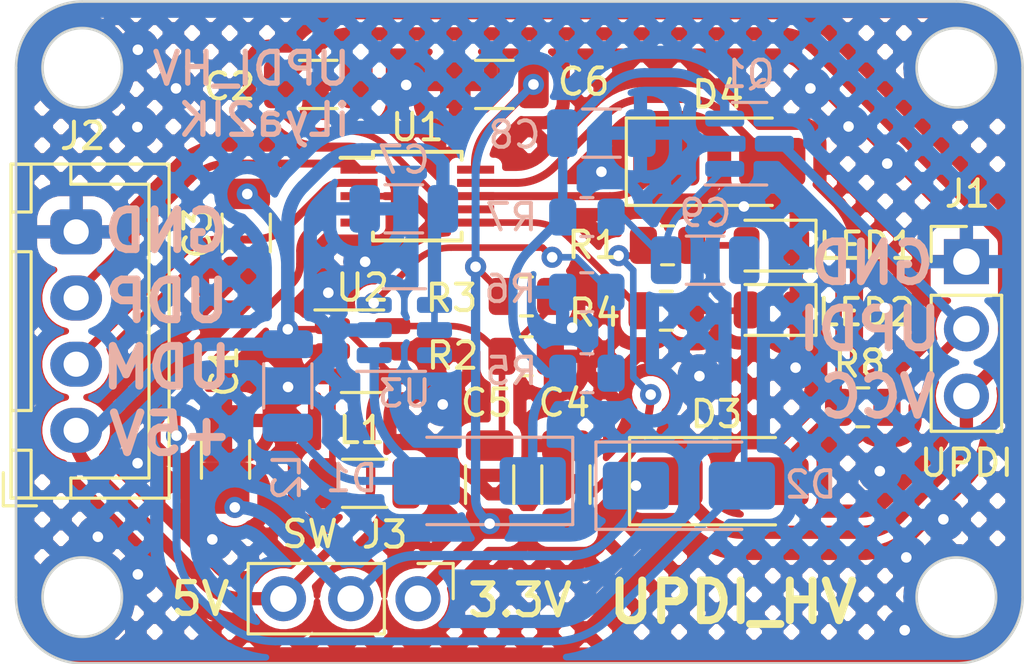
<source format=kicad_pcb>
(kicad_pcb (version 20221018) (generator pcbnew)
  (layers (0 "F.Cu" signal) (31 "B.Cu" signal) (34 "B.Paste" user) (35 "F.Paste" user) (36 "B.SilkS" user "B.Silkscreen") (37 "F.SilkS" user "F.Silkscreen") (38 "B.Mask" user) (39 "F.Mask" user) (44 "Edge.Cuts" user))
  (net 0 "")
  (net 1 "VCC")
  (net 2 "GND")
  (net 3 "+5V")
  (net 4 "+3.3V")
  (net 5 "Net-(U2-FB)")
  (net 6 "+12V")
  (net 7 "RTS#")
  (net 8 "Net-(Q1-G)")
  (net 9 "Net-(D1-A)")
  (net 10 "RXD")
  (net 11 "TXD")
  (net 12 "UPDI")
  (net 13 "UDP")
  (net 14 "UDM")
  (net 15 "Net-(U2-SW)")
  (net 16 "Net-(LED1-A)")
  (net 17 "Net-(LED2-A)")
  (net 18 "LED")
  (net 19 "Net-(U3-FB)")
  (footprint "Connector_JST:JST_XH_B4B-XH-A_1x04_P2.50mm_Vertical" (layer "F.Cu") (at 102.27 116.2 90)
    (fp_text reference "J2" (at 11.12 0.25 180) (layer "F.SilkS"))
    (fp_text value "USB")
    (pad "1" thru_hole oval (at 0 0 90) (size 1.7 1.95) (drill 0.95) (layers "*.Cu" "*.Mask") (net 3 "+5V"))
    (pad "2" thru_hole oval (at 2.5 0 90) (size 1.7 1.95) (drill 0.95) (layers "*.Cu" "*.Mask") (net 14 "UDM"))
    (pad "3" thru_hole oval (at 5 0 90) (size 1.7 1.95) (drill 0.95) (layers "*.Cu" "*.Mask") (net 13 "UDP"))
    (pad "4" thru_hole roundrect (at 7.5 0 90) (size 1.7 1.95) (drill 0.95) (layers "*.Cu" "*.Mask") (net 2 "GND"))
  )
  (footprint "Resistor_SMD:R_0805_2012Metric" (layer "F.Cu") (at 124.5475 111.68)
    (fp_text reference "R4" (at -2.7 0.08) (layer "F.SilkS"))
    (fp_text value "1k")
    (pad "1" smd roundrect (at -0.9125 0) (size 1.025 1.4) (layers "F.Cu" "F.Paste" "F.Mask") (roundrect_rratio 0.243902439) (net 18 "LED"))
    (pad "2" smd roundrect (at 0.9125 0) (size 1.025 1.4) (layers "F.Cu" "F.Paste" "F.Mask") (roundrect_rratio 0.243902439) (net 17 "Net-(LED2-A)"))
  )
  (footprint "Package_TO_SOT_SMD:SOT-23-5" (layer "F.Cu") (at 113.0825 113.21)
    (fp_text reference "U2" (at 0 -2.4) (layer "F.SilkS"))
    (fp_text value "NCP1529A")
    (pad "1" smd roundrect (at -1.1375 -0.95) (size 1.325 0.6) (layers "F.Cu" "F.Paste" "F.Mask") (net 3 "+5V"))
    (pad "2" smd roundrect (at -1.1375 0) (size 1.325 0.6) (layers "F.Cu" "F.Paste" "F.Mask") (net 2 "GND"))
    (pad "3" smd roundrect (at -1.1375 0.95) (size 1.325 0.6) (layers "F.Cu" "F.Paste" "F.Mask") (net 15 "Net-(U2-SW)"))
    (pad "4" smd roundrect (at 1.1375 0.95) (size 1.325 0.6) (layers "F.Cu" "F.Paste" "F.Mask") (net 3 "+5V"))
    (pad "5" smd roundrect (at 1.1375 -0.95) (size 1.325 0.6) (layers "F.Cu" "F.Paste" "F.Mask") (net 5 "Net-(U2-FB)"))
  )
  (footprint "Capacitor_SMD:C_1206_3216Metric" (layer "F.Cu") (at 107.91 117.3 90)
    (fp_text reference "C1" (at 3.34 -0.05 90) (layer "F.SilkS"))
    (fp_text value "10u")
    (pad "1" smd roundrect (at -1.475 0 90) (size 1.15 1.8) (layers "F.Cu" "F.Paste" "F.Mask") (roundrect_rratio 0.2173913043) (net 1 "VCC"))
    (pad "2" smd roundrect (at 1.475 0 90) (size 1.15 1.8) (layers "F.Cu" "F.Paste" "F.Mask") (roundrect_rratio 0.2173913043) (net 2 "GND"))
  )
  (footprint "Diode_SMD:D_SMA" (layer "F.Cu") (at 126.55 106.05)
    (fp_text reference "D4" (at -0.05 -2.54) (layer "F.SilkS"))
    (fp_text value "1N5817")
    (pad "1" smd roundrect (at -2 0) (size 2.5 1.8) (layers "F.Cu" "F.Paste" "F.Mask") (roundrect_rratio 0.1388888889) (net 11 "TXD"))
    (pad "2" smd roundrect (at 2 0) (size 2.5 1.8) (layers "F.Cu" "F.Paste" "F.Mask") (roundrect_rratio 0.1388888889) (net 10 "RXD"))
  )
  (footprint "Resistor_SMD:R_0805_2012Metric" (layer "F.Cu") (at 131.9675 115.33)
    (fp_text reference "R8" (at -0.1275 -1.65) (layer "F.SilkS"))
    (fp_text value "1k")
    (pad "1" smd roundrect (at -0.9125 0) (size 1.025 1.4) (layers "F.Cu" "F.Paste" "F.Mask") (roundrect_rratio 0.243902439) (net 10 "RXD"))
    (pad "2" smd roundrect (at 0.9125 0) (size 1.025 1.4) (layers "F.Cu" "F.Paste" "F.Mask") (roundrect_rratio 0.243902439) (net 12 "UPDI"))
  )
  (footprint "LED_SMD:LED_0805_2012Metric" (layer "F.Cu") (at 128.5175 111.65 180)
    (fp_text reference "LED2" (at -3.5725 -0.09) (layer "F.SilkS"))
    (fp_text value "PRG")
    (pad "1" smd roundrect (at -0.9375 0 180) (size 0.975 1.4) (layers "F.Cu" "F.Paste" "F.Mask") (net 2 "GND"))
    (pad "2" smd roundrect (at 0.9375 0 180) (size 0.975 1.4) (layers "F.Cu" "F.Paste" "F.Mask") (net 17 "Net-(LED2-A)"))
  )
  (footprint "Connector_PinHeader_2.54mm:PinHeader_1x03_P2.54mm_Vertical" (layer "F.Cu") (at 135.88 109.825)
    (fp_text reference "J1" (at 0.04 -2.565) (layer "F.SilkS"))
    (fp_text value "UPDI" (at 0 7.605) (layer "F.SilkS"))
    (pad "1" thru_hole rect (at 0 0) (size 1.7 1.7) (drill 1) (layers "*.Cu" "*.Mask") (net 2 "GND"))
    (pad "2" thru_hole oval (at 0 2.54) (size 1.7 1.7) (drill 1) (layers "*.Cu" "*.Mask") (net 12 "UPDI"))
    (pad "3" thru_hole oval (at 0 5.08) (size 1.7 1.7) (drill 1) (layers "*.Cu" "*.Mask") (net 1 "VCC"))
  )
  (footprint "Capacitor_SMD:C_1206_3216Metric" (layer "F.Cu") (at 108.69 108.74 -90)
    (fp_text reference "C3" (at 0 1.83 90) (layer "F.SilkS"))
    (fp_text value "4,7u")
    (pad "1" smd roundrect (at -1.475 0 270) (size 1.15 1.8) (layers "F.Cu" "F.Paste" "F.Mask") (roundrect_rratio 0.2173913043) (net 3 "+5V"))
    (pad "2" smd roundrect (at 1.475 0 270) (size 1.15 1.8) (layers "F.Cu" "F.Paste" "F.Mask") (roundrect_rratio 0.2173913043) (net 2 "GND"))
  )
  (footprint "Diode_SMD:D_SMA" (layer "F.Cu") (at 126.6725 118.12)
    (fp_text reference "D3" (at -0.2325 -2.53) (layer "F.SilkS"))
    (fp_text value "1N5817")
    (pad "1" smd roundrect (at -2 0) (size 2.5 1.8) (layers "F.Cu" "F.Paste" "F.Mask") (roundrect_rratio 0.1388888889) (net 1 "VCC"))
    (pad "2" smd roundrect (at 2 0) (size 2.5 1.8) (layers "F.Cu" "F.Paste" "F.Mask") (roundrect_rratio 0.1388888889) (net 10 "RXD"))
  )
  (footprint "Package_SO:MSOP-10_3x3mm_P0.5mm" (layer "F.Cu") (at 115.15 107.35)
    (fp_text reference "U1" (at 0 -2.6) (layer "F.SilkS"))
    (fp_text value "CH340E")
    (pad "1" smd rect (at -2.2 -1) (size 1.4 0.3) (layers "F.Cu" "F.Paste" "F.Mask") (net 13 "UDP"))
    (pad "2" smd rect (at -2.2 -0.5) (size 1.4 0.3) (layers "F.Cu" "F.Paste" "F.Mask") (net 14 "UDM"))
    (pad "3" smd rect (at -2.2 0) (size 1.4 0.3) (layers "F.Cu" "F.Paste" "F.Mask") (net 2 "GND"))
    (pad "4" smd rect (at -2.2 0.5) (size 1.4 0.3) (layers "F.Cu" "F.Paste" "F.Mask") (net 7 "RTS#"))
    (pad "5" smd rect (at -2.2 1) (size 1.4 0.3) (layers "F.Cu" "F.Paste" "F.Mask"))
    (pad "6" smd rect (at 2.2 1) (size 1.4 0.3) (layers "F.Cu" "F.Paste" "F.Mask") (net 18 "LED"))
    (pad "7" smd rect (at 2.2 0.5) (size 1.4 0.3) (layers "F.Cu" "F.Paste" "F.Mask") (net 1 "VCC"))
    (pad "8" smd rect (at 2.2 0) (size 1.4 0.3) (layers "F.Cu" "F.Paste" "F.Mask") (net 11 "TXD"))
    (pad "9" smd rect (at 2.2 -0.5) (size 1.4 0.3) (layers "F.Cu" "F.Paste" "F.Mask") (net 10 "RXD"))
    (pad "10" smd rect (at 2.2 -1) (size 1.4 0.3) (layers "F.Cu" "F.Paste" "F.Mask") (net 4 "+3.3V"))
  )
  (footprint "Capacitor_SMD:C_1206_3216Metric" (layer "F.Cu") (at 120.76 118.25 90)
    (fp_text reference "C4" (at 3.09 -0.06 180) (layer "F.SilkS"))
    (fp_text value "4,7u")
    (pad "1" smd roundrect (at -1.475 0 90) (size 1.15 1.8) (layers "F.Cu" "F.Paste" "F.Mask") (roundrect_rratio 0.2173913043) (net 4 "+3.3V"))
    (pad "2" smd roundrect (at 1.475 0 90) (size 1.15 1.8) (layers "F.Cu" "F.Paste" "F.Mask") (roundrect_rratio 0.2173913043) (net 2 "GND"))
  )
  (footprint "Inductor_SMD:L_1206_3216Metric" (layer "F.Cu") (at 113.16 118.2)
    (fp_text reference "L1" (at -0.11 -2.01) (layer "F.SilkS"))
    (fp_text value "4,7u")
    (pad "1" smd roundrect (at -1.575 0) (size 1.05 1.9) (layers "F.Cu" "F.Paste" "F.Mask") (roundrect_rratio 0.2380952381) (net 15 "Net-(U2-SW)"))
    (pad "2" smd roundrect (at 1.575 0) (size 1.05 1.9) (layers "F.Cu" "F.Paste" "F.Mask") (roundrect_rratio 0.2380952381) (net 4 "+3.3V"))
  )
  (footprint "Resistor_SMD:R_0805_2012Metric" (layer "F.Cu") (at 119.27 111.14)
    (fp_text reference "R3" (at -2.83 0.06) (layer "F.SilkS"))
    (fp_text value "1M")
    (pad "1" smd roundrect (at -0.9125 0) (size 1.025 1.4) (layers "F.Cu" "F.Paste" "F.Mask") (roundrect_rratio 0.243902439) (net 4 "+3.3V"))
    (pad "2" smd roundrect (at 0.9125 0) (size 1.025 1.4) (layers "F.Cu" "F.Paste" "F.Mask") (roundrect_rratio 0.243902439) (net 5 "Net-(U2-FB)"))
  )
  (footprint "Capacitor_SMD:C_1206_3216Metric" (layer "F.Cu") (at 118.06 103.13 180)
    (fp_text reference "C6" (at -3.37 0.1) (layer "F.SilkS"))
    (fp_text value "100n")
    (pad "1" smd roundrect (at -1.475 0 180) (size 1.15 1.8) (layers "F.Cu" "F.Paste" "F.Mask") (roundrect_rratio 0.2173913043) (net 4 "+3.3V"))
    (pad "2" smd roundrect (at 1.475 0 180) (size 1.15 1.8) (layers "F.Cu" "F.Paste" "F.Mask") (roundrect_rratio 0.2173913043) (net 2 "GND"))
  )
  (footprint "Capacitor_SMD:C_1206_3216Metric" (layer "F.Cu") (at 117.88 118.25 90)
    (fp_text reference "C5" (at 3.09 -0.11 180) (layer "F.SilkS"))
    (fp_text value "1n")
    (pad "1" smd roundrect (at -1.475 0 90) (size 1.15 1.8) (layers "F.Cu" "F.Paste" "F.Mask") (roundrect_rratio 0.2173913043) (net 4 "+3.3V"))
    (pad "2" smd roundrect (at 1.475 0 90) (size 1.15 1.8) (layers "F.Cu" "F.Paste" "F.Mask") (roundrect_rratio 0.2173913043) (net 5 "Net-(U2-FB)"))
  )
  (footprint "LED_SMD:LED_0805_2012Metric" (layer "F.Cu") (at 128.5175 109.22 180)
    (fp_text reference "LED1" (at -3.6025 -0.01) (layer "F.SilkS"))
    (fp_text value "PWR")
    (pad "1" smd roundrect (at -0.9375 0 180) (size 0.975 1.4) (layers "F.Cu" "F.Paste" "F.Mask") (net 2 "GND"))
    (pad "2" smd roundrect (at 0.9375 0 180) (size 0.975 1.4) (layers "F.Cu" "F.Paste" "F.Mask") (net 16 "Net-(LED1-A)"))
  )
  (footprint "Connector_PinHeader_2.54mm:PinHeader_1x03_P2.54mm_Vertical" (layer "F.Cu") (at 115.175 122.56 -90)
    (fp_text reference "J3" (at -2.42 1.255) (layer "F.SilkS"))
    (fp_text value "SW" (at -2.44 4.075) (layer "F.SilkS"))
    (pad "1" thru_hole oval (at 0 0 270) (size 1.7 1.7) (drill 1) (layers "*.Cu" "*.Mask") (net 4 "+3.3V"))
    (pad "2" thru_hole oval (at 0 2.54 270) (size 1.7 1.7) (drill 1) (layers "*.Cu" "*.Mask") (net 1 "VCC"))
    (pad "3" thru_hole oval (at 0 5.08 270) (size 1.7 1.7) (drill 1) (layers "*.Cu" "*.Mask") (net 3 "+5V"))
  )
  (footprint "Resistor_SMD:R_0805_2012Metric" (layer "F.Cu") (at 119.26 113.4)
    (fp_text reference "R2" (at -2.78 -0.02) (layer "F.SilkS"))
    (fp_text value "220k")
    (pad "1" smd roundrect (at -0.9125 0) (size 1.025 1.4) (layers "F.Cu" "F.Paste" "F.Mask") (roundrect_rratio 0.243902439) (net 5 "Net-(U2-FB)"))
    (pad "2" smd roundrect (at 0.9125 0) (size 1.025 1.4) (layers "F.Cu" "F.Paste" "F.Mask") (roundrect_rratio 0.243902439) (net 2 "GND"))
  )
  (footprint "Capacitor_SMD:C_1206_3216Metric" (layer "F.Cu") (at 111.41 103.13)
    (fp_text reference "C2" (at -3.35 0.08) (layer "F.SilkS"))
    (fp_text value "100n")
    (pad "1" smd roundrect (at -1.475 0) (size 1.15 1.8) (layers "F.Cu" "F.Paste" "F.Mask") (roundrect_rratio 0.2173913043) (net 1 "VCC"))
    (pad "2" smd roundrect (at 1.475 0) (size 1.15 1.8) (layers "F.Cu" "F.Paste" "F.Mask") (roundrect_rratio 0.2173913043) (net 2 "GND"))
  )
  (footprint "Resistor_SMD:R_0805_2012Metric" (layer "F.Cu") (at 124.5975 109.21)
    (fp_text reference "R1" (at -2.81 -0.01) (layer "F.SilkS"))
    (fp_text value "1k")
    (pad "1" smd roundrect (at -0.9125 0) (size 1.025 1.4) (layers "F.Cu" "F.Paste" "F.Mask") (roundrect_rratio 0.243902439) (net 4 "+3.3V"))
    (pad "2" smd roundrect (at 0.9125 0) (size 1.025 1.4) (layers "F.Cu" "F.Paste" "F.Mask") (roundrect_rratio 0.243902439) (net 16 "Net-(LED1-A)"))
  )
  (footprint "Capacitor_SMD:C_1206_3216Metric" (layer "B.Cu") (at 126.015 109.77 180)
    (fp_text reference "C9" (at -0.015 1.78) (layer "B.SilkS") (effects (justify mirror)))
    (fp_text value "10n")
    (pad "1" smd roundrect (at -1.475 0 180) (size 1.15 1.8) (layers "B.Cu" "B.Paste" "B.Mask") (roundrect_rratio 0.2173913043) (net 7 "RTS#"))
    (pad "2" smd roundrect (at 1.475 0 180) (size 1.15 1.8) (layers "B.Cu" "B.Paste" "B.Mask") (roundrect_rratio 0.2173913043) (net 8 "Net-(Q1-G)"))
  )
  (footprint "Resistor_SMD:R_0805_2012Metric" (layer "B.Cu") (at 121.5475 110.98 180)
    (fp_text reference "R6" (at 2.8875 0.12) (layer "B.SilkS") (effects (justify mirror)))
    (fp_text value "2k")
    (pad "1" smd roundrect (at -0.9125 0 180) (size 1.025 1.4) (layers "B.Cu" "B.Paste" "B.Mask") (roundrect_rratio 0.243902439) (net 19 "Net-(U3-FB)"))
    (pad "2" smd roundrect (at 0.9125 0 180) (size 1.025 1.4) (layers "B.Cu" "B.Paste" "B.Mask") (roundrect_rratio 0.243902439) (net 2 "GND"))
  )
  (footprint "Resistor_SMD:R_0805_2012Metric" (layer "B.Cu") (at 121.5525 114.04)
    (fp_text reference "R5" (at -2.8525 -0.08) (layer "B.SilkS") (effects (justify mirror)))
    (fp_text value "39k")
    (pad "1" smd roundrect (at -0.9125 0) (size 1.025 1.4) (layers "B.Cu" "B.Paste" "B.Mask") (roundrect_rratio 0.243902439) (net 6 "+12V"))
    (pad "2" smd roundrect (at 0.9125 0) (size 1.025 1.4) (layers "B.Cu" "B.Paste" "B.Mask") (roundrect_rratio 0.243902439) (net 19 "Net-(U3-FB)"))
  )
  (footprint "Diode_SMD:D_SMA" (layer "B.Cu") (at 117.5075 118.11 180)
    (fp_text reference "D1" (at 4.8375 0.1) (layer "B.SilkS") (effects (justify mirror)))
    (fp_text value "1N5817")
    (pad "1" smd roundrect (at -2 0 180) (size 2.5 1.8) (layers "B.Cu" "B.Paste" "B.Mask") (roundrect_rratio 0.1388888889) (net 6 "+12V"))
    (pad "2" smd roundrect (at 2 0 180) (size 2.5 1.8) (layers "B.Cu" "B.Paste" "B.Mask") (roundrect_rratio 0.1388888889) (net 9 "Net-(D1-A)"))
  )
  (footprint "Package_TO_SOT_SMD:SOT-23-6" (layer "B.Cu") (at 114.66 112.41)
    (fp_text reference "U3" (at 0 2.4) (layer "B.SilkS") (effects (justify mirror)))
    (fp_text value "MT3608")
    (pad "1" smd roundrect (at -1.1375 0.95) (size 1.325 0.6) (layers "B.Cu" "B.Paste" "B.Mask") (net 9 "Net-(D1-A)"))
    (pad "2" smd roundrect (at -1.1375 0) (size 1.325 0.6) (layers "B.Cu" "B.Paste" "B.Mask") (net 2 "GND"))
    (pad "3" smd roundrect (at -1.1375 -0.95) (size 1.325 0.6) (layers "B.Cu" "B.Paste" "B.Mask") (net 19 "Net-(U3-FB)"))
    (pad "4" smd roundrect (at 1.1375 -0.95) (size 1.325 0.6) (layers "B.Cu" "B.Paste" "B.Mask") (net 3 "+5V"))
    (pad "5" smd roundrect (at 1.1375 0) (size 1.325 0.6) (layers "B.Cu" "B.Paste" "B.Mask") (net 3 "+5V"))
    (pad "6" smd roundrect (at 1.1375 0.95) (size 1.325 0.6) (layers "B.Cu" "B.Paste" "B.Mask"))
  )
  (footprint "Inductor_SMD:L_1206_3216Metric" (layer "B.Cu") (at 110.26 114.52 -90)
    (fp_text reference "L2" (at 3.44 0.04 90) (layer "B.SilkS") (effects (justify mirror)))
    (fp_text value "4,7u")
    (pad "1" smd roundrect (at -1.575 0 270) (size 1.05 1.9) (layers "B.Cu" "B.Paste" "B.Mask") (roundrect_rratio 0.2380952381) (net 3 "+5V"))
    (pad "2" smd roundrect (at 1.575 0 270) (size 1.05 1.9) (layers "B.Cu" "B.Paste" "B.Mask") (roundrect_rratio 0.2380952381) (net 9 "Net-(D1-A)"))
  )
  (footprint "Capacitor_SMD:C_1206_3216Metric" (layer "B.Cu") (at 114.64 107.83 180)
    (fp_text reference "C7" (at 0 1.85) (layer "B.SilkS") (effects (justify mirror)))
    (fp_text value "10u")
    (pad "1" smd roundrect (at -1.475 0 180) (size 1.15 1.8) (layers "B.Cu" "B.Paste" "B.Mask") (roundrect_rratio 0.2173913043) (net 3 "+5V"))
    (pad "2" smd roundrect (at 1.475 0 180) (size 1.15 1.8) (layers "B.Cu" "B.Paste" "B.Mask") (roundrect_rratio 0.2173913043) (net 2 "GND"))
  )
  (footprint "Capacitor_SMD:C_1206_3216Metric" (layer "B.Cu") (at 122.1 104.97)
    (fp_text reference "C8" (at -3.28 0.06) (layer "B.SilkS") (effects (justify mirror)))
    (fp_text value "10u")
    (pad "1" smd roundrect (at -1.475 0) (size 1.15 1.8) (layers "B.Cu" "B.Paste" "B.Mask") (roundrect_rratio 0.2173913043) (net 6 "+12V"))
    (pad "2" smd roundrect (at 1.475 0) (size 1.15 1.8) (layers "B.Cu" "B.Paste" "B.Mask") (roundrect_rratio 0.2173913043) (net 2 "GND"))
  )
  (footprint "Resistor_SMD:R_0805_2012Metric" (layer "B.Cu") (at 121.5525 108.14)
    (fp_text reference "R7" (at -2.8525 0.01) (layer "B.SilkS") (effects (justify mirror)))
    (fp_text value "10k")
    (pad "1" smd roundrect (at -0.9125 0) (size 1.025 1.4) (layers "B.Cu" "B.Paste" "B.Mask") (roundrect_rratio 0.243902439) (net 6 "+12V"))
    (pad "2" smd roundrect (at 0.9125 0) (size 1.025 1.4) (layers "B.Cu" "B.Paste" "B.Mask") (roundrect_rratio 0.243902439) (net 8 "Net-(Q1-G)"))
  )
  (footprint "Diode_SMD:D_SMA" (layer "B.Cu") (at 125.4025 118.29)
    (fp_text reference "D2" (at 4.5975 -0.04) (layer "B.SilkS") (effects (justify mirror)))
    (fp_text value "1N5817")
    (pad "1" smd roundrect (at -2 0) (size 2.5 1.8) (layers "B.Cu" "B.Paste" "B.Mask") (roundrect_rratio 0.1388888889) (net 1 "VCC"))
    (pad "2" smd roundrect (at 2 0) (size 2.5 1.8) (layers "B.Cu" "B.Paste" "B.Mask") (roundrect_rratio 0.1388888889) (net 7 "RTS#"))
  )
  (footprint "Package_TO_SOT_SMD:SOT-23" (layer "B.Cu") (at 127.6925 105.37)
    (fp_text reference "Q1" (at -0.05 -2.63) (layer "B.SilkS") (effects (justify mirror)))
    (fp_text value "PMV65XP")
    (pad "1" smd roundrect (at -0.9375 0.95) (size 1.475 0.6) (layers "B.Cu" "B.Paste" "B.Mask") (net 8 "Net-(Q1-G)"))
    (pad "2" smd roundrect (at -0.9375 -0.95) (size 1.475 0.6) (layers "B.Cu" "B.Paste" "B.Mask") (net 6 "+12V"))
    (pad "3" smd roundrect (at 0.9375 0) (size 1.475 0.6) (layers "B.Cu" "B.Paste" "B.Mask") (net 12 "UPDI"))
  )
  (gr_arc (start 100 102.5) (mid 100.732233 100.732234) (end 102.5 100) (stroke (width 0.1)) (layer "Edge.Cuts"))
  (gr_circle (center 135.5 102.5) (end 137 102.5) (stroke (width 0.1)) (fill none) (layer "Edge.Cuts"))
  (gr_circle (center 135.5 122.5) (end 137 122.5) (stroke (width 0.1)) (fill none) (layer "Edge.Cuts"))
  (gr_arc (start 102.499998 125.000002) (mid 100.732232 124.267768) (end 99.999998 122.500002) (stroke (width 0.1)) (layer "Edge.Cuts"))
  (gr_line (start 102.5 100) (end 135.500002 99.999998) (stroke (width 0.1)) (layer "Edge.Cuts"))
  (gr_line (start 99.999998 122.500002) (end 100 102.5) (stroke (width 0.1)) (layer "Edge.Cuts"))
  (gr_line (start 135.500002 125.000002) (end 102.499998 125.000002) (stroke (width 0.1)) (layer "Edge.Cuts"))
  (gr_line (start 138.000002 102.499998) (end 138.000002 122.500002) (stroke (width 0.1)) (layer "Edge.Cuts"))
  (gr_circle (center 102.5 122.5) (end 104 122.5) (stroke (width 0.1)) (fill none) (layer "Edge.Cuts"))
  (gr_circle (center 102.5 102.5) (end 104 102.5) (stroke (width 0.1)) (fill none) (layer "Edge.Cuts"))
  (gr_arc (start 138.000002 122.500002) (mid 137.267768 124.267768) (end 135.500002 125.000002) (stroke (width 0.1)) (layer "Edge.Cuts"))
  (gr_arc (start 135.500002 99.999998) (mid 137.267768 100.732232) (end 138.000002 102.499998) (stroke (width 0.1)) (layer "Edge.Cuts"))
  (gr_text "UDM" (at 108.28 114.71) (layer "B.SilkS") (effects (font (size 1.5 1.5) (thickness 0.3) bold) (justify left bottom mirror)))
  (gr_text "UPDI" (at 135.07 113.26) (layer "B.SilkS") (effects (font (size 1.5 1.5) (thickness 0.3) bold) (justify left bottom mirror)))
  (gr_text "GND" (at 108.14 109.55) (layer "B.SilkS") (effects (font (size 1.5 1.5) (thickness 0.3) bold) (justify left bottom mirror)))
  (gr_text "GND" (at 134.81 110.76) (layer "B.SilkS") (effects (font (size 1.5 1.5) (thickness 0.3) bold) (justify left bottom mirror)))
  (gr_text "UDP" (at 108.18 112.2) (layer "B.SilkS") (effects (font (size 1.5 1.5) (thickness 0.3) bold) (justify left bottom mirror)))
  (gr_text "VCC" (at 134.87 115.81) (layer "B.SilkS") (effects (font (size 1.5 1.5) (thickness 0.3) bold) (justify left bottom mirror)))
  (gr_text "+5V" (at 108.32 117.22) (layer "B.SilkS") (effects (font (size 1.5 1.5) (thickness 0.3) bold) (justify left bottom mirror)))
  (gr_text "UPDI_HV\niLya2IK" (at 112.73 105.17) (layer "B.SilkS") (effects (font (size 1.2 1.2) (thickness 0.2) bold) (justify left bottom mirror)))
  (gr_text "UPDI_HV" (at 122.23 123.57) (layer "F.SilkS") (effects (font (size 1.5 1.5) (thickness 0.3) bold) (justify left bottom)))
  (gr_text "3.3V" (at 116.95 123.32) (layer "F.SilkS") (effects (font (size 1.2 1.2) (thickness 0.2) bold) (justify left bottom)))
  (gr_text "5V" (at 105.74 123.27) (layer "F.SilkS") (effects (font (size 1.2 1.2) (thickness 0.2) bold) (justify left bottom)))
  (segment (start 117.35 107.85) (end 116.561669 107.85) (width 0.25) (layer "F.Cu") (net 1))
  (segment (start 127.430927 120.05) (end 131.911573 120.05) (width 0.5) (layer "F.Cu") (net 1))
  (segment (start 111.259213 101.805787) (end 109.935 103.13) (width 0.5) (layer "F.Cu") (net 1))
  (segment (start 137.14072 108.73572) (end 130.210786 101.805786) (width 0.5) (layer "F.Cu") (net 1))
  (segment (start 112.571573 104.9) (end 111.568427 104.9) (width 0.25) (layer "F.Cu") (net 1))
  (segment (start 123.5725 118.12) (end 123.4025 118.29) (width 0.25) (layer "F.Cu") (net 1))
  (segment (start 133.325787 119.464213) (end 135.294214 117.495786) (width 0.5) (layer "F.Cu") (net 1))
  (segment (start 116.200328 107.700328) (end 113.985786 105.485786) (width 0.25) (layer "F.Cu") (net 1))
  (segment (start 110.154213 104.314213) (end 109.935 104.095) (width 0.25) (layer "F.Cu") (net 1))
  (segment (start 124.6725 118.12) (end 123.5725 118.12) (width 0.25) (layer "F.Cu") (net 1))
  (segment (start 137.32 112.636573) (end 137.32 109.16854) (width 0.5) (layer "F.Cu") (net 1))
  (segment (start 128.796573 101.22) (end 112.673427 101.22) (width 0.5) (layer "F.Cu") (net 1))
  (segment (start 107.91 118.775) (end 107.925 118.775) (width 0.25) (layer "F.Cu") (net 1))
  (segment (start 135.88 114.905) (end 136.734214 114.050786) (width 0.5) (layer "F.Cu") (net 1))
  (segment (start 135.88 116.081573) (end 135.88 114.905) (width 0.5) (layer "F.Cu") (net 1))
  (segment (start 124.6725 118.12) (end 126.016714 119.464214) (width 0.5) (layer "F.Cu") (net 1))
  (segment (start 107.925 118.775) (end 108.26 119.11) (width 0.25) (layer "F.Cu") (net 1))
  (segment (start 109.935 104.095) (end 109.935 103.13) (width 0.25) (layer "F.Cu") (net 1))
  (via (at 123.4025 118.29) (size 0.8) (drill 0.4) (layers "F.Cu" "B.Cu") (net 1))
  (via (at 108.26 119.11) (size 0.8) (drill 0.4) (layers "F.Cu" "B.Cu") (net 1))
  (arc (start 137.32 109.16854) (mid 137.273407 108.934299) (end 137.14072 108.73572) (width 0.5) (layer "F.Cu") (net 1))
  (arc (start 133.325787 119.464213) (mid 132.67694 119.897759) (end 131.911573 120.05) (width 0.5) (layer "F.Cu") (net 1))
  (arc (start 116.200328 107.700328) (mid 116.366113 107.811102) (end 116.561669 107.85) (width 0.25) (layer "F.Cu") (net 1))
  (arc (start 112.673427 101.22) (mid 111.90806 101.372241) (end 111.259213 101.805787) (width 0.5) (layer "F.Cu") (net 1))
  (arc (start 137.32 112.636573) (mid 137.167759 113.40194) (end 136.734214 114.050786) (width 0.5) (layer "F.Cu") (net 1))
  (arc (start 128.796573 101.22) (mid 129.56194 101.372241) (end 130.210786 101.805786) (width 0.5) (layer "F.Cu") (net 1))
  (arc (start 135.294214 117.495786) (mid 135.727759 116.84694) (end 135.88 116.081573) (width 0.5) (layer "F.Cu") (net 1))
  (arc (start 111.568427 104.9) (mid 110.80306 104.747759) (end 110.154213 104.314213) (width 0.25) (layer "F.Cu") (net 1))
  (arc (start 126.016714 119.464214) (mid 126.66556 119.897759) (end 127.430927 120.05) (width 0.5) (layer "F.Cu") (net 1))
  (arc (start 112.571573 104.9) (mid 113.33694 105.052241) (end 113.985786 105.485786) (width 0.25) (layer "F.Cu") (net 1))
  (segment (start 112.635 122.56) (end 113.679214 121.515786) (width 0.35) (layer "B.Cu") (net 1))
  (segment (start 123.4025 118.449073) (end 123.4025 118.29) (width 0.35) (layer "B.Cu") (net 1))
  (segment (start 108.26 119.11) (end 108.356573 119.11) (width 0.5) (layer "B.Cu") (net 1))
  (segment (start 115.093427 120.93) (end 120.921573 120.93) (width 0.35) (layer "B.Cu") (net 1))
  (segment (start 109.770787 119.695787) (end 112.635 122.56) (width 0.5) (layer "B.Cu") (net 1))
  (segment (start 122.335787 120.344213) (end 122.816714 119.863286) (width 0.35) (layer "B.Cu") (net 1))
  (arc (start 123.4025 118.449073) (mid 123.250259 119.21444) (end 122.816714 119.863286) (width 0.35) (layer "B.Cu") (net 1))
  (arc (start 113.679214 121.515786) (mid 114.32806 121.082241) (end 115.093427 120.93) (width 0.35) (layer "B.Cu") (net 1))
  (arc (start 120.921573 120.93) (mid 121.68694 120.777759) (end 122.335787 120.344213) (width 0.35) (layer "B.Cu") (net 1))
  (arc (start 108.356573 119.11) (mid 109.12194 119.262241) (end 109.770787 119.695787) (width 0.5) (layer "B.Cu") (net 1))
  (segment (start 112.95 107.35) (end 114.29 107.35) (width 0.25) (layer "F.Cu") (net 2))
  (segment (start 111.560749 113.21) (end 110.27 114.500749) (width 0.25) (layer "F.Cu") (net 2))
  (segment (start 105.335 116.700305) (end 105.814695 117.18) (width 0.25) (layer "F.Cu") (net 2))
  (segment (start 114.29 107.35) (end 114.66 107.72) (width 0.25) (layer "F.Cu") (net 2))
  (segment (start 110.27 114.500749) (end 110.27 114.56) (width 0.25) (layer "F.Cu") (net 2))
  (segment (start 111.945 113.21) (end 111.560749 113.21) (width 0.25) (layer "F.Cu") (net 2))
  (segment (start 113.51 109.83) (end 113.18 109.83) (width 0.25) (layer "F.Cu") (net 2))
  (segment (start 120.1725 113.4) (end 120.174214 113.401714) (width 0.25) (layer "F.Cu") (net 2))
  (segment (start 106.555 117.18) (end 107.91 115.825) (width 0.25) (layer "F.Cu") (net 2))
  (segment (start 114.66 108.68) (end 113.51 109.83) (width 0.25) (layer "F.Cu") (net 2))
  (segment (start 108.69 110.215) (end 105.335 113.57) (width 0.25) (layer "F.Cu") (net 2))
  (segment (start 120.1725 113.1475) (end 121 112.32) (width 0.25) (layer "F.Cu") (net 2))
  (segment (start 105.335 113.57) (end 105.335 116.700305) (width 0.25) (layer "F.Cu") (net 2))
  (segment (start 114.66 107.72) (end 114.66 108.68) (width 0.25) (layer "F.Cu") (net 2))
  (segment (start 120.1725 113.4) (end 120.1725 113.1475) (width 0.25) (layer "F.Cu") (net 2))
  (segment (start 129.455 109.22) (end 129.455 111.65) (width 0.25) (layer "F.Cu") (net 2))
  (segment (start 105.814695 117.18) (end 106.555 117.18) (width 0.25) (layer "F.Cu") (net 2))
  (via (at 132.61 117.74) (size 0.8) (drill 0.4) (layers "F.Cu" "B.Cu") (net 2))
  (via (at 135.01 119.56) (size 0.8) (drill 0.4) (layers "F.Cu" "B.Cu") (net 2))
  (via (at 132.8 111.57) (size 0.8) (drill 0.4) (layers "F.Cu" "B.Cu") (net 2))
  (via (at 116.11 115.22) (size 0.8) (drill 0.4) (layers "F.Cu" "B.Cu") (net 2))
  (via (at 133.55 123.75) (size 0.8) (drill 0.4) (layers "F.Cu" "B.Cu") (net 2))
  (via (at 104.58 104.74) (size 0.8) (drill 0.4) (layers "F.Cu" "B.Cu") (net 2))
  (via (at 104.59 117.44) (size 0.8) (drill 0.4) (layers "F.Cu" "B.Cu") (net 2))
  (via (at 125.8 114.15) (size 0.8) (drill 0.4) (layers "F.Cu" "B.Cu") (net 2))
  (via (at 121 112.32) (size 0.8) (drill 0.4) (layers "F.Cu" "B.Cu") (net 2))
  (via (at 127.48 107.74) (size 0.8) (drill 0.4) (layers "F.Cu" "B.Cu") (net 2))
  (via (at 129.99 103.28) (size 0.8) (drill 0.4) (layers "F.Cu" "B.Cu") (net 2))
  (via (at 106.04 103.28) (size 0.8) (drill 0.4) (layers "F.Cu" "B.Cu") (net 2))
  (via (at 110.27 114.56) (size 0.8) (drill 0.4) (layers "F.Cu" "B.Cu") (net 2))
  (via (at 104.6 101.82) (size 0.8) (drill 0.4) (layers "F.Cu" "B.Cu") (net 2))
  (via (at 107.41 120.32) (size 0.8) (drill 0.4) (layers "F.Cu" "B.Cu") (net 2))
  (via (at 104.6 121.64) (size 0.8) (drill 0.4) (layers "F.Cu" "B.Cu") (net 2))
  (via (at 111.79 111) (size 0.8) (drill 0.4) (layers "F.Cu" "B.Cu") (net 2))
  (via (at 129.43 113.83) (size 0.8) (drill 0.4) (layers "F.Cu" "B.Cu") (net 2))
  (via (at 132.89 106.12) (size 0.8) (drill 0.4) (layers "F.Cu" "B.Cu") (net 2))
  (via (at 133.61 121) (size 0.8) (drill 0.4) (layers "F.Cu" "B.Cu") (net 2))
  (via (at 131.43 104.72) (size 0.8) (drill 0.4) (layers "F.Cu" "B.Cu") (net 2))
  (via (at 103.09 120.22) (size 0.8) (drill 0.4) (layers "F.Cu" "B.Cu") (net 2))
  (via (at 122.1 106.43) (size 0.8) (drill 0.4) (layers "F.Cu" "B.Cu") (net 2))
  (via (at 114.73 103.15) (size 0.8) (drill 0.4) (layers "F.Cu" "B.Cu") (net 2))
  (via (at 113.18 109.83) (size 0.8) (drill 0.4) (layers "F.Cu" "B.Cu") (net 2))
  (segment (start 120.635 110.98) (end 120.635 111.955) (width 0.25) (layer "B.Cu") (net 2))
  (segment (start 120.635 111.955) (end 121 112.32) (width 0.25) (layer "B.Cu") (net 2))
  (segment (start 111.79 111.61) (end 111.79 111) (width 0.25) (layer "B.Cu") (net 2))
  (segment (start 113.165 109.815) (end 113.18 109.83) (width 0.25) (layer "B.Cu") (net 2))
  (segment (start 113.5225 112.41) (end 112.59 112.41) (width 0.25) (layer "B.Cu") (net 2))
  (segment (start 110.433173 114.56) (end 110.27 114.56) (width 0.25) (layer "B.Cu") (net 2))
  (segment (start 113.165 107.83) (end 113.165 109.815) (width 0.25) (layer "B.Cu") (net 2))
  (segment (start 112.583173 112.41) (end 110.433173 114.56) (width 0.25) (layer "B.Cu") (net 2))
  (segment (start 112.59 112.41) (end 111.79 111.61) (width 0.25) (layer "B.Cu") (net 2))
  (segment (start 113.5225 112.41) (end 112.583173 112.41) (width 0.25) (layer "B.Cu") (net 2))
  (segment (start 108.538427 122.56) (end 110.095 122.56) (width 0.5) (layer "F.Cu") (net 3))
  (segment (start 111.825 112.38) (end 111.945 112.26) (width 0.25) (layer "F.Cu") (net 3))
  (segment (start 113.39 115.703427) (end 113.39 118.321573) (width 0.35) (layer "F.Cu") (net 3))
  (segment (start 102.775787 117.625787) (end 107.124214 121.974214) (width 0.5) (layer "F.Cu") (net 3))
  (segment (start 112.329251 112.26) (end 114.22 114.150749) (width 0.25) (layer "F.Cu") (net 3))
  (segment (start 110.26 112.38) (end 111.825 112.38) (width 0.25) (layer "F.Cu") (net 3))
  (segment (start 112.804213 119.735787) (end 109.98 122.56) (width 0.35) (layer "F.Cu") (net 3))
  (segment (start 108.725 107.265) (end 108.73 107.27) (width 0.25) (layer "F.Cu") (net 3))
  (segment (start 114.22 114.150749) (end 114.22 114.16) (width 0.25) (layer "F.Cu") (net 3))
  (segment (start 102.19 116.19) (end 102.19 116.211573) (width 0.5) (layer "F.Cu") (net 3))
  (segment (start 114.105 114.16) (end 113.975786 114.289214) (width 0.35) (layer "F.Cu") (net 3))
  (segment (start 108.69 107.265) (end 108.725 107.265) (width 0.25) (layer "F.Cu") (net 3))
  (segment (start 111.945 112.26) (end 112.329251 112.26) (width 0.25) (layer "F.Cu") (net 3))
  (via (at 108.73 107.27) (size 0.8) (drill 0.4) (layers "F.Cu" "B.Cu") (net 3))
  (via (at 110.26 112.38) (size 0.8) (drill 0.4) (layers "F.Cu" "B.Cu") (net 3))
  (arc (start 108.538427 122.56) (mid 107.77306 122.407759) (end 107.124214 121.974214) (width 0.5) (layer "F.Cu") (net 3))
  (arc (start 113.39 118.321573) (mid 113.237759 119.08694) (end 112.804213 119.735787) (width 0.35) (layer "F.Cu") (net 3))
  (arc (start 113.39 115.703427) (mid 113.542241 114.93806) (end 113.975786 114.289214) (width 0.35) (layer "F.Cu") (net 3))
  (arc (start 102.775787 117.625787) (mid 102.342241 116.97694) (end 102.19 116.211573) (width 0.5) (layer "F.Cu") (net 3))
  (segment (start 108.73 107.27) (end 109.381321 107.921321) (width 0.5) (layer "B.Cu") (net 3))
  (segment (start 115.7975 108.1475) (end 116.115 107.83) (width 0.5) (layer "B.Cu") (net 3))
  (segment (start 115.7975 112.41) (end 115.7975 111.46) (width 0.25) (layer "B.Cu") (net 3))
  (segment (start 110.26 112.945) (end 110.26 112.38) (width 0.25) (layer "B.Cu") (net 3))
  (segment (start 110.26 112.38) (end 110.26 108.398427) (width 0.5) (layer "B.Cu") (net 3))
  (segment (start 102.19 116.19) (end 102.96 116.19) (width 0.5) (layer "B.Cu") (net 3))
  (segment (start 107.447641 112.945) (end 110.26 112.945) (width 0.5) (layer "B.Cu") (net 3))
  (segment (start 115.7975 111.46) (end 115.7975 108.1475) (width 0.5) (layer "B.Cu") (net 3))
  (segment (start 110.26 110.042641) (end 110.26 112.38) (width 0.5) (layer "B.Cu") (net 3))
  (segment (start 102.96 116.19) (end 105.326321 113.823679) (width 0.5) (layer "B.Cu") (net 3))
  (segment (start 115.922893 105.892893) (end 116.115 106.085) (width 0.5) (layer "B.Cu") (net 3))
  (segment (start 110.845787 106.984213) (end 111.644214 106.185786) (width 0.5) (layer "B.Cu") (net 3))
  (segment (start 116.115 106.085) (end 116.115 107.83) (width 0.5) (layer "B.Cu") (net 3))
  (segment (start 113.058427 105.6) (end 115.215786 105.6) (width 0.5) (layer "B.Cu") (net 3))
  (arc (start 111.644214 106.185786) (mid 112.29306 105.752241) (end 113.058427 105.6) (width 0.5) (layer "B.Cu") (net 3))
  (arc (start 109.381321 107.921321) (mid 110.031639 108.894591) (end 110.26 110.042641) (width 0.5) (layer "B.Cu") (net 3))
  (arc (start 115.922893 105.892893) (mid 115.59847 105.67612) (end 115.215786 105.6) (width 0.5) (layer "B.Cu") (net 3))
  (arc (start 110.26 108.398427) (mid 110.412241 107.63306) (end 110.845787 106.984213) (width 0.5) (layer "B.Cu") (net 3))
  (arc (start 107.447641 112.945) (mid 106.299591 113.173361) (end 105.326321 113.823679) (width 0.5) (layer "B.Cu") (net 3))
  (segment (start 120.76 119.725) (end 120.76 119.569327) (width 0.3) (layer "F.Cu") (net 4))
  (segment (start 116.940787 118.785787) (end 117.88 119.725) (width 0.5) (layer "F.Cu") (net 4))
  (segment (start 117.35 106.143427) (end 117.35 106.2) (width 0.35) (layer "F.Cu") (net 4))
  (segment (start 119.535 103.13) (end 117.935786 104.729214) (width 0.35) (layer "F.Cu") (net 4))
  (segment (start 115.175 122.43) (end 117.88 119.725) (width 0.5) (layer "F.Cu") (net 4))
  (segment (start 118.3575 111.14) (end 118.3575 111.0275) (width 0.25) (layer "F.Cu") (net 4))
  (segment (start 123.295 109.6) (end 123.685 109.21) (width 0.25) (layer "F.Cu") (net 4))
  (segment (start 117.88 119.725) (end 120.76 119.725) (width 0.35) (layer "F.Cu") (net 4))
  (segment (start 120.76 119.569327) (end 122.885658 117.443669) (width 0.3) (layer "F.Cu") (net 4))
  (segment (start 118.3575 111.0275) (end 117.35 110.02) (width 0.25) (layer "F.Cu") (net 4))
  (segment (start 122.75 109.6) (end 123.295 109.6) (width 0.25) (layer "F.Cu") (net 4))
  (segment (start 114.735 118.2) (end 115.526573 118.2) (width 0.5) (layer "F.Cu") (net 4))
  (segment (start 115.175 122.56) (end 115.175 122.43) (width 0.25) (layer "F.Cu") (net 4))
  (via (at 122.75 109.6) (size 0.8) (drill 0.4) (layers "F.Cu" "B.Cu") (net 4))
  (via (at 119.535 103.13) (size 0.8) (drill 0.4) (layers "F.Cu" "B.Cu") (net 4))
  (via (at 117.35 110.02) (size 0.8) (drill 0.4) (layers "F.Cu" "B.Cu") (net 4))
  (via (at 117.88 119.725) (size 0.8) (drill 0.4) (layers "F.Cu" "B.Cu") (net 4))
  (via (at 123.96 114.85) (size 0.8) (drill 0.4) (layers "F.Cu" "B.Cu") (net 4))
  (arc (start 117.35 106.143427) (mid 117.502241 105.37806) (end 117.935786 104.729214) (width 0.35) (layer "F.Cu") (net 4))
  (arc (start 122.885658 117.443669) (mid 123.680789 116.253672) (end 123.96 114.85) (width 0.3) (layer "F.Cu") (net 4))
  (arc (start 116.940787 118.785787) (mid 116.29194 118.352241) (end 115.526573 118.2) (width 0.5) (layer "F.Cu") (net 4))
  (segment (start 123.3025 110.1525) (end 122.75 109.6) (width 0.25) (layer "B.Cu") (net 4))
  (segment (start 117.35 110.02) (end 117.35 106.557641) (width 0.3) (layer "B.Cu") (net 4))
  (segment (start 117.642893 119.487893) (end 117.88 119.725) (width 0.35) (layer "B.Cu") (net 4))
  (segment (start 117.35 110.02) (end 117.35 118.780786) (width 0.35) (layer "B.Cu") (net 4))
  (segment (start 123.3025 114.1925) (end 123.3025 110.1525) (width 0.25) (layer "B.Cu") (net 4))
  (segment (start 118.22868 104.43632) (end 119.535 103.13) (width 0.3) (layer "B.Cu") (net 4))
  (segment (start 123.96 114.85) (end 123.3025 114.1925) (width 0.25) (layer "B.Cu") (net 4))
  (arc (start 117.642893 119.487893) (mid 117.42612 119.16347) (end 117.35 118.780786) (width 0.35) (layer "B.Cu") (net 4))
  (arc (start 117.35 106.557641) (mid 117.578362 105.40959) (end 118.22868 104.43632) (width 0.3) (layer "B.Cu") (net 4))
  (segment (start 118.3475 113.4) (end 118.3475 116.3075) (width 0.25) (layer "F.Cu") (net 5))
  (segment (start 118.3475 116.3075) (end 117.88 116.775) (width 0.25) (layer "F.Cu") (net 5))
  (segment (start 120.1825 111.14) (end 120.1825 111.565) (width 0.25) (layer "F.Cu") (net 5))
  (segment (start 120.1825 111.565) (end 118.3475 113.4) (width 0.25) (layer "F.Cu") (net 5))
  (segment (start 117.793287 112.845787) (end 118.3475 113.4) (width 0.25) (layer "F.Cu") (net 5))
  (segment (start 114.22 112.26) (end 116.379073 112.26) (width 0.25) (layer "F.Cu") (net 5))
  (arc (start 117.793287 112.845787) (mid 117.14444 112.412241) (end 116.379073 112.26) (width 0.25) (layer "F.Cu") (net 5))
  (segment (start 124.751573 102.69) (end 123.733427 102.69) (width 0.35) (layer "B.Cu") (net 6))
  (segment (start 119.345787 109.434213) (end 120.64 108.14) (width 0.35) (layer "B.Cu") (net 6))
  (segment (start 122.319213 103.275787) (end 120.625 104.97) (width 0.35) (layer "B.Cu") (net 6))
  (segment (start 119.5075 118.11) (end 119.5075 116.000927) (width 0.35) (layer "B.Cu") (net 6))
  (segment (start 120.07 114.04) (end 119.345786 113.315786) (width 0.35) (layer "B.Cu") (net 6))
  (segment (start 120.093287 114.586713) (end 120.64 114.04) (width 0.35) (layer "B.Cu") (net 6))
  (segment (start 120.64 104.985) (end 120.625 104.97) (width 0.35) (layer "B.Cu") (net 6))
  (segment (start 126.755 104.42) (end 126.755 103.865) (width 0.35) (layer "B.Cu") (net 6))
  (segment (start 126.755 103.865) (end 126.165786 103.275786) (width 0.35) (layer "B.Cu") (net 6))
  (segment (start 120.64 108.14) (end 120.64 104.985) (width 0.35) (layer "B.Cu") (net 6))
  (segment (start 118.76 111.901573) (end 118.76 110.848427) (width 0.35) (layer "B.Cu") (net 6))
  (segment (start 120.64 114.04) (end 120.07 114.04) (width 0.35) (layer "B.Cu") (net 6))
  (arc (start 119.345787 109.434213) (mid 118.912241 110.08306) (end 118.76 110.848427) (width 0.35) (layer "B.Cu") (net 6))
  (arc (start 119.345786 113.315786) (mid 118.912241 112.66694) (end 118.76 111.901573) (width 0.35) (layer "B.Cu") (net 6))
  (arc (start 124.751573 102.69) (mid 125.51694 102.842241) (end 126.165786 103.275786) (width 0.35) (layer "B.Cu") (net 6))
  (arc (start 119.5075 116.000927) (mid 119.659741 115.23556) (end 120.093287 114.586713) (width 0.35) (layer "B.Cu") (net 6))
  (arc (start 123.733427 102.69) (mid 122.96806 102.842241) (end 122.319213 103.275787) (width 0.35) (layer "B.Cu") (net 6))
  (segment (start 111.01934 108.71066) (end 111.863377 107.866623) (width 0.3) (layer "F.Cu") (net 7))
  (segment (start 106.06 116.4) (end 106.06 115.838427) (width 0.3) (layer "F.Cu") (net 7))
  (segment (start 106.645787 114.424213) (end 106.645787 114.414213) (width 0.3) (layer "F.Cu") (net 7))
  (segment (start 110.726447 109.919339) (end 110.726447 109.417767) (width 0.3) (layer "F.Cu") (net 7))
  (segment (start 111.863377 107.866623) (end 111.909297 107.866623) (width 0.3) (layer "F.Cu") (net 7))
  (segment (start 106.645787 114.414213) (end 110.433554 110.626446) (width 0.3) (layer "F.Cu") (net 7))
  (segment (start 112.021591 107.85) (end 112.95 107.85) (width 0.3) (layer "F.Cu") (net 7))
  (via (at 106.06 116.4) (size 0.8) (drill 0.4) (layers "F.Cu" "B.Cu") (net 7))
  (arc (start 110.726447 109.417767) (mid 110.802567 109.035084) (end 111.01934 108.71066) (width 0.3) (layer "F.Cu") (net 7))
  (arc (start 111.909297 107.866623) (mid 111.965051 107.855407) (end 112.021591 107.85) (width 0.3) (layer "F.Cu") (net 7))
  (arc (start 110.726447 109.919339) (mid 110.650327 110.302022) (end 110.433554 110.626446) (width 0.3) (layer "F.Cu") (net 7))
  (arc (start 106.06 115.838427) (mid 106.212241 115.07306) (end 106.645787 114.424213) (width 0.3) (layer "F.Cu") (net 7))
  (segment (start 127.49 109.77) (end 127.49 118.2025) (width 0.25) (layer "B.Cu") (net 7))
  (segment (start 120.279859 124.17) (end 109.802641 124.17) (width 0.3) (layer "B.Cu") (net 7))
  (segment (start 107.68132 123.29132) (end 106.938679 122.548679) (width 0.3) (layer "B.Cu") (net 7))
  (segment (start 127.4025 118.29) (end 122.401179 123.291321) (width 0.3) (layer "B.Cu") (net 7))
  (segment (start 127.49 118.2025) (end 127.4025 118.29) (width 0.25) (layer "B.Cu") (net 7))
  (segment (start 106.06 120.427359) (end 106.06 116.4) (width 0.3) (layer "B.Cu") (net 7))
  (arc (start 120.279859 124.17) (mid 121.427909 123.941639) (end 122.401179 123.291321) (width 0.3) (layer "B.Cu") (net 7))
  (arc (start 109.802641 124.17) (mid 108.65459 123.941638) (end 107.68132 123.29132) (width 0.3) (layer "B.Cu") (net 7))
  (arc (start 106.938679 122.548679) (mid 106.288361 121.575409) (end 106.06 120.427359) (width 0.3) (layer "B.Cu") (net 7))
  (segment (start 122.91 108.14) (end 124.54 109.77) (width 0.25) (layer "B.Cu") (net 8))
  (segment (start 124.54 109.77) (end 124.54 109.363427) (width 0.25) (layer "B.Cu") (net 8))
  (segment (start 122.465 108.14) (end 122.91 108.14) (width 0.25) (layer "B.Cu") (net 8))
  (segment (start 125.125787 107.949213) (end 126.755 106.32) (width 0.25) (layer "B.Cu") (net 8))
  (arc (start 124.54 109.363427) (mid 124.692241 108.59806) (end 125.125787 107.949213) (width 0.25) (layer "B.Cu") (net 8))
  (segment (start 113.5225 113.36) (end 113.5225 114.882359) (width 0.35) (layer "B.Cu") (net 9))
  (segment (start 114.40118 117.00368) (end 115.5075 118.11) (width 0.35) (layer "B.Cu") (net 9))
  (segment (start 110.26 116.095) (end 111.689214 117.524214) (width 0.3) (layer "B.Cu") (net 9))
  (segment (start 113.103427 118.11) (end 115.5075 118.11) (width 0.3) (layer "B.Cu") (net 9))
  (arc (start 113.5225 114.882359) (mid 113.750862 116.03041) (end 114.40118 117.00368) (width 0.35) (layer "B.Cu") (net 9))
  (arc (start 111.689214 117.524214) (mid 112.33806 117.957759) (end 113.103427 118.11) (width 0.3) (layer "B.Cu") (net 9))
  (segment (start 128.6725 118.12) (end 128.6725 117.7125) (width 0.25) (layer "F.Cu") (net 10))
  (segment (start 128.6725 117.7125) (end 131.055 115.33) (width 0.35) (layer "F.Cu") (net 10))
  (segment (start 117.35 106.85) (end 118.891573 106.85) (width 0.3) (layer "F.Cu") (net 10))
  (segment (start 120.305787 106.264213) (end 122.304214 104.265786) (width 0.3) (layer "F.Cu") (net 10))
  (segment (start 123.718427 103.68) (end 125.351573 103.68) (width 0.3) (layer "F.Cu") (net 10))
  (segment (start 131.055 115.33) (end 131.055 109.383427) (width 0.25) (layer "F.Cu") (net 10))
  (segment (start 130.469213 107.969213) (end 128.55 106.05) (width 0.25) (layer "F.Cu") (net 10))
  (segment (start 126.765787 104.265787) (end 128.55 106.05) (width 0.3) (layer "F.Cu") (net 10))
  (arc (start 131.055 109.383427) (mid 130.902759 108.61806) (end 130.469213 107.969213) (width 0.25) (layer "F.Cu") (net 10))
  (arc (start 122.304214 104.265786) (mid 122.95306 103.832241) (end 123.718427 103.68) (width 0.3) (layer "F.Cu") (net 10))
  (arc (start 118.891573 106.85) (mid 119.65694 106.697759) (end 120.305787 106.264213) (width 0.3) (layer "F.Cu") (net 10))
  (arc (start 125.351573 103.68) (mid 126.11694 103.832241) (end 126.765787 104.265787) (width 0.3) (layer "F.Cu") (net 10))
  (segment (start 122.421573 107.35) (end 117.35 107.35) (width 0.3) (layer "F.Cu") (net 11))
  (segment (start 124.55 106.05) (end 123.835786 106.764214) (width 0.3) (layer "F.Cu") (net 11))
  (arc (start 122.421573 107.35) (mid 123.18694 107.197759) (end 123.835786 106.764214) (width 0.3) (layer "F.Cu") (net 11))
  (segment (start 132.915 115.33) (end 135.88 112.365) (width 0.35) (layer "F.Cu") (net 12))
  (segment (start 132.88 115.33) (end 132.915 115.33) (width 0.25) (layer "F.Cu") (net 12))
  (segment (start 128.63 105.37) (end 128.885 105.37) (width 0.25) (layer "B.Cu") (net 12))
  (segment (start 128.885 105.37) (end 135.88 112.365) (width 0.35) (layer "B.Cu") (net 12))
  (segment (start 112.72 106.12) (end 112.95 106.35) (width 0.3) (layer "F.Cu") (net 13))
  (segment (start 102.15 111.15) (end 106.594214 106.705786) (width 0.3) (layer "F.Cu") (net 13))
  (segment (start 108.008427 106.12) (end 112.72 106.12) (width 0.3) (layer "F.Cu") (net 13))
  (arc (start 106.594214 106.705786) (mid 107.24306 106.272241) (end 108.008427 106.12) (width 0.3) (layer "F.Cu") (net 13))
  (segment (start 107.678427 108.99) (end 108.951573 108.99) (width 0.3) (layer "F.Cu") (net 14))
  (segment (start 110.365787 108.404213) (end 111.680452 107.089548) (width 0.3) (layer "F.Cu") (net 14))
  (segment (start 112.258773 106.85) (end 112.95 106.85) (width 0.3) (layer "F.Cu") (net 14))
  (segment (start 102.15 113.69) (end 106.264214 109.575786) (width 0.3) (layer "F.Cu") (net 14))
  (arc (start 108.951573 108.99) (mid 109.71694 108.837759) (end 110.365787 108.404213) (width 0.3) (layer "F.Cu") (net 14))
  (arc (start 111.680452 107.089548) (mid 111.945788 106.912256) (end 112.258773 106.85) (width 0.3) (layer "F.Cu") (net 14))
  (arc (start 107.678427 108.99) (mid 106.91306 109.142241) (end 106.264214 109.575786) (width 0.3) (layer "F.Cu") (net 14))
  (segment (start 111.945 117.84) (end 111.585 118.2) (width 0.25) (layer "F.Cu") (net 15))
  (segment (start 111.945 114.16) (end 111.945 117.84) (width 0.25) (layer "F.Cu") (net 15))
  (segment (start 127.57 109.21) (end 127.58 109.22) (width 0.25) (layer "F.Cu") (net 16))
  (segment (start 125.51 109.21) (end 127.57 109.21) (width 0.25) (layer "F.Cu") (net 16))
  (segment (start 127.55 111.68) (end 127.58 111.65) (width 0.25) (layer "F.Cu") (net 17))
  (segment (start 125.46 111.68) (end 127.55 111.68) (width 0.25) (layer "F.Cu") (net 17))
  (segment (start 117.35 108.35) (end 119.476573 108.35) (width 0.25) (layer "F.Cu") (net 18))
  (segment (start 120.890787 108.935787) (end 123.635 111.68) (width 0.25) (layer "F.Cu") (net 18))
  (arc (start 119.476573 108.35) (mid 120.24194 108.502241) (end 120.890787 108.935787) (width 0.25) (layer "F.Cu") (net 18))
  (segment (start 115.01067 109.880787) (end 113.502329 111.389128) (width 0.25) (layer "F.Cu") (net 19))
  (segment (start 119.875 109.295) (end 116.424884 109.295) (width 0.25) (layer "F.Cu") (net 19))
  (segment (start 120.24 109.66) (end 119.875 109.295) (width 0.25) (layer "F.Cu") (net 19))
  (via (at 113.502329 111.389128) (size 0.8) (drill 0.4) (layers "F.Cu" "B.Cu") (net 19))
  (via (at 120.24 109.66) (size 0.8) (drill 0.4) (layers "F.Cu" "B.Cu") (net 19))
  (arc (start 115.01067 109.880787) (mid 115.659517 109.447241) (end 116.424884 109.295) (width 0.25) (layer "F.Cu") (net 19))
  (segment (start 122.46 110.98) (end 122.46 114.035) (width 0.25) (layer "B.Cu") (net 19))
  (segment (start 122.46 110.98) (end 121.14 109.66) (width 0.25) (layer "B.Cu") (net 19))
  (segment (start 121.14 109.66) (end 120.24 109.66) (width 0.25) (layer "B.Cu") (net 19))
  (segment (start 122.46 114.035) (end 122.465 114.04) (width 0.25) (layer "B.Cu") (net 19))
  (segment (start 113.5225 111.46) (end 113.906751 111.46) (width 0.25) (layer "B.Cu") (net 19))
  (zone (net 2) (net_name "GND") (layer "F.Cu") (priority 1) (connect_pads (clearance 0.3)) (min_thickness 0.25) (fill yes (mode hatch) (thermal_gap 0.5) (thermal_bridge_width 0.5) (hatch_thickness 0.5) (hatch_gap 0.5) (hatch_orientation 45) (hatch_smoothing_level 1) (hatch_smoothing_value 0.1) (hatch_border_algorithm hatch_thickness) (hatch_min_hole_area 0.3))
    (polygon (pts (xy 100.03 99.94) (xy 99.99 125.01) (xy 138.07 125.04) (xy 138.03 100.01)))
  )
  (zone (net 2) (net_name "GND") (layer "B.Cu") (connect_pads (clearance 0.35)) (min_thickness 0.25) (fill yes (mode hatch) (thermal_gap 0.5) (thermal_bridge_width 0.5) (hatch_thickness 0.5) (hatch_gap 0.5) (hatch_orientation 45) (hatch_smoothing_level 1) (hatch_smoothing_value 0.1) (hatch_border_algorithm hatch_thickness) (hatch_min_hole_area 0.3))
    (polygon (pts (xy 137.97 124.87) (xy 100.03 124.91) (xy 100.03 99.99) (xy 137.97 99.99)))
  )
)
</source>
